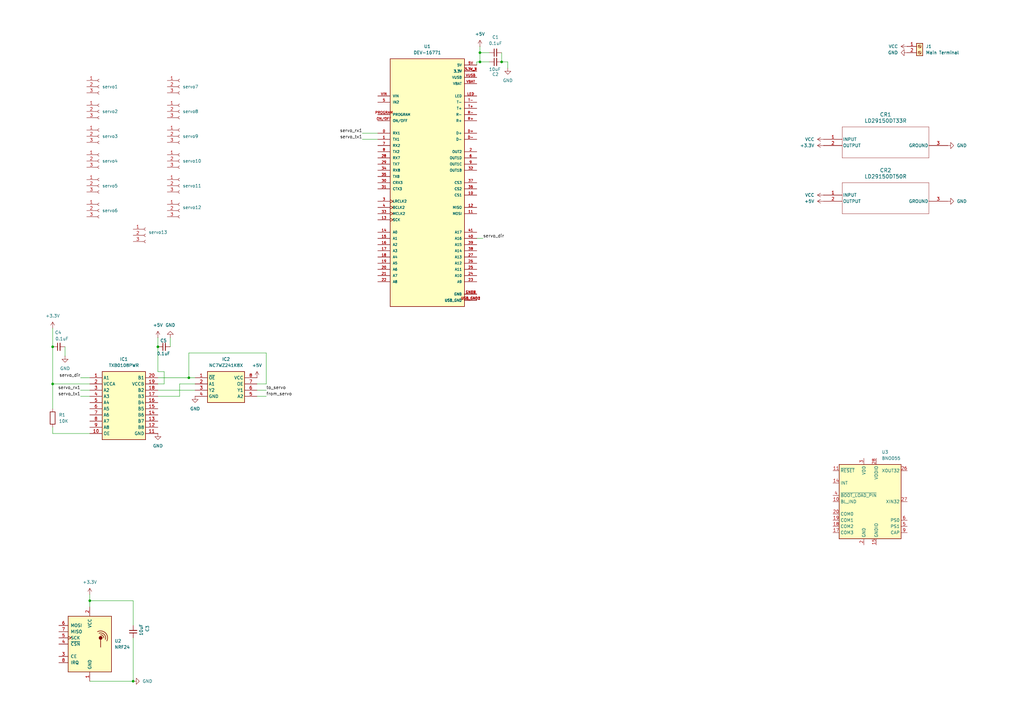
<source format=kicad_sch>
(kicad_sch (version 20231120) (generator "eeschema") (generator_version "8.0")
  (paper "A3")
  (title_block (title "Teensy 4.1 Hexapod PCB ") (date "2024-12-24") (rev "V0.01") (company "Jirakorn Sukmee") (comment 1 "hello"))
  (lib_symbols
    (symbol "33R:LD29150DT33R" (pin_names (offset 0.254))
      (property "Reference" "CR" (at 25.4 10.16 0))
      (property "Value" "LD29150DT33R" (at 25.4 7.62 0))
      (symbol "LD29150DT33R_0_1"
        (polyline (pts (xy 7.62 -7.62) (xy 43.18 -7.62)) (stroke (width 0.127)))
        (polyline (pts (xy 7.62 5.08) (xy 7.62 -7.62)) (stroke (width 0.127)))
        (polyline (pts (xy 43.18 -7.62) (xy 43.18 5.08)) (stroke (width 0.127)))
        (polyline (pts (xy 43.18 5.08) (xy 7.62 5.08)) (stroke (width 0.127)))
        (pin input line (at 0 0 0) (length 7.62) (name "INPUT") (number "1"))
        (pin output line (at 0 -2.54 0) (length 7.62) (name "OUTPUT") (number "2"))
        (pin power_out line (at 50.8 -2.54 180) (length 7.62) (name "GROUND") (number "3"))
      )
    )
    (symbol "50R:LD29150DT50R" (pin_names (offset 0.254))
      (property "Reference" "CR" (at 25.4 10.16 0))
      (property "Value" "LD29150DT50R" (at 25.4 7.62 0))
      (symbol "LD29150DT50R_0_1"
        (polyline (pts (xy 7.62 -7.62) (xy 43.18 -7.62)) (stroke (width 0.127)))
        (polyline (pts (xy 7.62 5.08) (xy 7.62 -7.62)) (stroke (width 0.127)))
        (polyline (pts (xy 43.18 -7.62) (xy 43.18 5.08)) (stroke (width 0.127)))
        (polyline (pts (xy 43.18 5.08) (xy 7.62 5.08)) (stroke (width 0.127)))
        (pin input line (at 0 0 0) (length 7.62) (name "INPUT") (number "1"))
        (pin output line (at 0 -2.54 0) (length 7.62) (name "OUTPUT") (number "2"))
        (pin power_out line (at 50.8 -2.54 180) (length 7.62) (name "GROUND") (number "3"))
      )
    )
    (symbol "Connector:Conn_01x03_Socket" (pin_names (offset 1.016) hide)
      (property "Reference" "J" (at 0 5.08 0))
      (property "Value" "Conn_01x03_Socket" (at 0 -5.08 0))
      (symbol "Conn_01x03_Socket_1_1"
        (arc (start 0 -2.032) (mid -0.5058 -2.54) (end 0 -3.048) (stroke (width 0.1524)))
        (polyline (pts (xy -1.27 -2.54) (xy -0.508 -2.54)) (stroke (width 0.1524)))
        (polyline (pts (xy -1.27 0) (xy -0.508 0)) (stroke (width 0.1524)))
        (polyline (pts (xy -1.27 2.54) (xy -0.508 2.54)) (stroke (width 0.1524)))
        (arc (start 0 0.508) (mid -0.5058 0) (end 0 -0.508) (stroke (width 0.1524)))
        (arc (start 0 3.048) (mid -0.5058 2.54) (end 0 2.032) (stroke (width 0.1524)))
        (pin passive line (at -5.08 2.54 0) (length 3.81) (name "Pin_1") (number "1"))
        (pin passive line (at -5.08 0 0) (length 3.81) (name "Pin_2") (number "2"))
        (pin passive line (at -5.08 -2.54 0) (length 3.81) (name "Pin_3") (number "3"))
      )
    )
    (symbol "Connector:Screw_Terminal_01x02" (pin_names (offset 1.016) hide)
      (property "Reference" "J" (at 0 2.54 0))
      (property "Value" "Screw_Terminal_01x02" (at 0 -5.08 0))
      (symbol "Screw_Terminal_01x02_1_1"
        (rectangle (start -1.27 1.27) (end 1.27 -3.81) (stroke (width 0.254)) (fill (type background)))
        (circle (center 0 -2.54) (radius 0.635) (stroke (width 0.1524)))
        (polyline (pts (xy -0.5334 -2.2098) (xy 0.3302 -3.048)) (stroke (width 0.1524)))
        (polyline (pts (xy -0.5334 0.3302) (xy 0.3302 -0.508)) (stroke (width 0.1524)))
        (polyline (pts (xy -0.3556 -2.032) (xy 0.508 -2.8702)) (stroke (width 0.1524)))
        (polyline (pts (xy -0.3556 0.508) (xy 0.508 -0.3302)) (stroke (width 0.1524)))
        (circle (center 0 0) (radius 0.635) (stroke (width 0.1524)))
        (pin passive line (at -5.08 0 0) (length 3.81) (name "Pin_1") (number "1"))
        (pin passive line (at -5.08 -2.54 0) (length 3.81) (name "Pin_2") (number "2"))
      )
    )
    (symbol "DEV-16771:DEV-16771" (pin_names (offset 1.016))
      (property "Reference" "U" (at -15.24 52.07 0))
      (property "Value" "DEV-16771" (at -15.24 -53.34 0))
      (symbol "DEV-16771_0_0"
        (rectangle (start -15.24 -50.8) (end 15.24 50.8) (stroke (width 0.254)) (fill (type background)))
        (pin bidirectional line (at -20.32 20.32 0) (length 5.08) (name "RX1") (number "0"))
        (pin bidirectional line (at -20.32 17.78 0) (length 5.08) (name "TX1") (number "1"))
        (pin bidirectional line (at 20.32 -5.08 180) (length 5.08) (name "CS1") (number "10"))
        (pin bidirectional line (at 20.32 -12.7 180) (length 5.08) (name "MOSI") (number "11"))
        (pin bidirectional line (at 20.32 -10.16 180) (length 5.08) (name "MISO") (number "12"))
        (pin bidirectional clock (at -20.32 -15.24 0) (length 5.08) (name "SCK") (number "13"))
        (pin bidirectional line (at -20.32 -20.32 0) (length 5.08) (name "A0") (number "14"))
        (pin bidirectional line (at -20.32 -22.86 0) (length 5.08) (name "A1") (number "15"))
        (pin bidirectional line (at -20.32 -25.4 0) (length 5.08) (name "A2") (number "16"))
        (pin bidirectional line (at -20.32 -27.94 0) (length 5.08) (name "A3") (number "17"))
        (pin bidirectional line (at -20.32 -30.48 0) (length 5.08) (name "A4") (number "18"))
        (pin bidirectional line (at -20.32 -33.02 0) (length 5.08) (name "A5") (number "19"))
        (pin output line (at 20.32 12.7 180) (length 5.08) (name "OUT2") (number "2"))
        (pin bidirectional line (at -20.32 -35.56 0) (length 5.08) (name "A6") (number "20"))
        (pin bidirectional line (at -20.32 -38.1 0) (length 5.08) (name "A7") (number "21"))
        (pin bidirectional line (at -20.32 -40.64 0) (length 5.08) (name "A8") (number "22"))
        (pin bidirectional line (at 20.32 -40.64 180) (length 5.08) (name "A9") (number "23"))
        (pin bidirectional line (at 20.32 -38.1 180) (length 5.08) (name "A10") (number "24"))
        (pin bidirectional line (at 20.32 -35.56 180) (length 5.08) (name "A11") (number "25"))
        (pin bidirectional line (at 20.32 -33.02 180) (length 5.08) (name "A12") (number "26"))
        (pin bidirectional line (at 20.32 -30.48 180) (length 5.08) (name "A13") (number "27"))
        (pin bidirectional line (at -20.32 10.16 0) (length 5.08) (name "RX7") (number "28"))
        (pin bidirectional line (at -20.32 7.62 0) (length 5.08) (name "TX7") (number "29"))
        (pin bidirectional clock (at -20.32 -7.62 0) (length 5.08) (name "LRCLK2") (number "3"))
        (pin power_in line (at 20.32 45.72 180) (length 5.08) (name "3.3V") (number "3.3V_1"))
        (pin power_in line (at 20.32 45.72 180) (length 5.08) (name "3.3V") (number "3.3V_2"))
        (pin power_in line (at 20.32 45.72 180) (length 5.08) (name "3.3V") (number "3.3V_3"))
        (pin bidirectional line (at -20.32 0 0) (length 5.08) (name "CRX3") (number "30"))
        (pin bidirectional line (at -20.32 -2.54 0) (length 5.08) (name "CTX3") (number "31"))
        (pin output line (at 20.32 5.08 180) (length 5.08) (name "OUT1B") (number "32"))
        (pin bidirectional clock (at -20.32 -12.7 0) (length 5.08) (name "MCLK2") (number "33"))
        (pin bidirectional line (at -20.32 5.08 0) (length 5.08) (name "RX8") (number "34"))
        (pin bidirectional line (at -20.32 2.54 0) (length 5.08) (name "TX8") (number "35"))
        (pin bidirectional line (at 20.32 -2.54 180) (length 5.08) (name "CS2") (number "36"))
        (pin bidirectional line (at 20.32 0 180) (length 5.08) (name "CS3") (number "37"))
        (pin bidirectional line (at 20.32 -27.94 180) (length 5.08) (name "A14") (number "38"))
        (pin bidirectional line (at 20.32 -25.4 180) (length 5.08) (name "A15") (number "39"))
        (pin bidirectional clock (at -20.32 -10.16 0) (length 5.08) (name "BCLK2") (number "4"))
        (pin bidirectional line (at 20.32 -22.86 180) (length 5.08) (name "A16") (number "40"))
        (pin bidirectional line (at 20.32 -20.32 180) (length 5.08) (name "A17") (number "41"))
        (pin bidirectional line (at -20.32 33.02 0) (length 5.08) (name "IN2") (number "5"))
        (pin power_in line (at 20.32 48.26 180) (length 5.08) (name "5V") (number "5V"))
        (pin output line (at 20.32 10.16 180) (length 5.08) (name "OUT1D") (number "6"))
        (pin bidirectional line (at -20.32 15.24 0) (length 5.08) (name "RX2") (number "7"))
        (pin bidirectional line (at -20.32 12.7 0) (length 5.08) (name "TX2") (number "8"))
        (pin output line (at 20.32 7.62 180) (length 5.08) (name "OUT1C") (number "9"))
        (pin bidirectional line (at 20.32 20.32 180) (length 5.08) (name "D+") (number "D+"))
        (pin bidirectional line (at 20.32 17.78 180) (length 5.08) (name "D-") (number "D-"))
        (pin power_in line (at 20.32 -45.72 180) (length 5.08) (name "GND") (number "GND1"))
        (pin power_in line (at 20.32 -45.72 180) (length 5.08) (name "GND") (number "GND2"))
        (pin power_in line (at 20.32 -45.72 180) (length 5.08) (name "GND") (number "GND3"))
        (pin power_in line (at 20.32 -45.72 180) (length 5.08) (name "GND") (number "GND4"))
        (pin power_in line (at 20.32 -45.72 180) (length 5.08) (name "GND") (number "GND5"))
        (pin bidirectional line (at 20.32 35.56 180) (length 5.08) (name "LED") (number "LED"))
        (pin bidirectional line (at -20.32 25.4 0) (length 5.08) (name "ON/OFF") (number "ON/OFF"))
        (pin bidirectional line (at -20.32 27.94 0) (length 5.08) (name "PROGRAM") (number "PROGRAM"))
        (pin bidirectional line (at 20.32 25.4 180) (length 5.08) (name "R+") (number "R+"))
        (pin bidirectional line (at 20.32 27.94 180) (length 5.08) (name "R-") (number "R-"))
        (pin bidirectional line (at 20.32 30.48 180) (length 5.08) (name "T+") (number "T+"))
        (pin bidirectional line (at 20.32 33.02 180) (length 5.08) (name "T-") (number "T-"))
        (pin power_in line (at 20.32 -48.26 180) (length 5.08) (name "USB_GND") (number "USB_GND1"))
        (pin power_in line (at 20.32 -48.26 180) (length 5.08) (name "USB_GND") (number "USB_GND2"))
        (pin passive line (at 20.32 40.64 180) (length 5.08) (name "VBAT") (number "VBAT"))
        (pin input line (at -20.32 35.56 0) (length 5.08) (name "VIN") (number "VIN"))
        (pin passive line (at 20.32 43.18 180) (length 5.08) (name "VUSB") (number "VUSB"))
      )
    )
    (symbol "Device:C_Small" (pin_numbers hide) (pin_names (offset 0.254) hide)
      (property "Reference" "C" (at 0.254 1.778 0))
      (property "Value" "C_Small" (at 0.254 -2.032 0))
      (symbol "C_Small_0_1"
        (polyline (pts (xy -1.524 -0.508) (xy 1.524 -0.508)) (stroke (width 0.3302)))
        (polyline (pts (xy -1.524 0.508) (xy 1.524 0.508)) (stroke (width 0.3048)))
      )
      (symbol "C_Small_1_1"
        (pin passive line (at 0 2.54 270) (length 2.032) (name "~") (number "1"))
        (pin passive line (at 0 -2.54 90) (length 2.032) (name "~") (number "2"))
      )
    )
    (symbol "Device:R" (pin_numbers hide) (pin_names (offset 0))
      (property "Reference" "R" (at 2.032 0 90))
      (property "Value" "R" (at 0 0 90))
      (symbol "R_0_1"
        (rectangle (start -1.016 -2.54) (end 1.016 2.54) (stroke (width 0.254)))
      )
      (symbol "R_1_1"
        (pin passive line (at 0 3.81 270) (length 1.27) (name "~") (number "1"))
        (pin passive line (at 0 -3.81 90) (length 1.27) (name "~") (number "2"))
      )
    )
    (symbol "NC7WZ241K8X:NC7WZ241K8X"
      (property "Reference" "IC" (at 21.59 7.62 0))
      (property "Value" "NC7WZ241K8X" (at 21.59 5.08 0))
      (symbol "NC7WZ241K8X_1_1"
        (rectangle (start 5.08 2.54) (end 20.32 -10.16) (stroke (width 0.254)) (fill (type background)))
        (pin passive line (at 0 0 0) (length 5.08) (name "~{OE}") (number "1"))
        (pin passive line (at 0 -2.54 0) (length 5.08) (name "A1") (number "2"))
        (pin passive line (at 0 -5.08 0) (length 5.08) (name "Y2") (number "3"))
        (pin passive line (at 0 -7.62 0) (length 5.08) (name "GND") (number "4"))
        (pin passive line (at 25.4 -7.62 180) (length 5.08) (name "A2") (number "5"))
        (pin passive line (at 25.4 -5.08 180) (length 5.08) (name "Y1") (number "6"))
        (pin passive line (at 25.4 -2.54 180) (length 5.08) (name "OE") (number "7"))
        (pin passive line (at 25.4 0 180) (length 5.08) (name "VCC") (number "8"))
      )
    )
    (symbol "RF:NRF24L01_Breakout" (pin_names (offset 1.016))
      (property "Reference" "U" (at -8.89 12.7 0))
      (property "Value" "NRF24L01_Breakout" (at 3.81 12.7 0))
      (symbol "NRF24L01_Breakout_0_1"
        (rectangle (start -8.89 11.43) (end 8.89 -11.43) (stroke (width 0.254)) (fill (type background)))
        (polyline (pts (xy 4.445 1.905) (xy 4.445 -1.27)) (stroke (width 0.254)))
        (circle (center 4.445 2.54) (radius 0.635) (stroke (width 0.254)) (fill (type outline)))
        (arc (start 5.715 2.54) (mid 5.3521 3.4546) (end 4.445 3.81) (stroke (width 0.254)))
        (arc (start 6.35 1.905) (mid 5.8763 3.9854) (end 3.81 4.445) (stroke (width 0.254)))
        (arc (start 6.985 1.27) (mid 6.453 4.548) (end 3.175 5.08) (stroke (width 0.254)))
      )
      (symbol "NRF24L01_Breakout_1_1"
        (pin power_in line (at 0 -15.24 90) (length 3.81) (name "GND") (number "1"))
        (pin power_in line (at 0 15.24 270) (length 3.81) (name "VCC") (number "2"))
        (pin input line (at -12.7 -5.08 0) (length 3.81) (name "CE") (number "3"))
        (pin input line (at -12.7 0 0) (length 3.81) (name "~{CSN}") (number "4"))
        (pin input clock (at -12.7 2.54 0) (length 3.81) (name "SCK") (number "5"))
        (pin input line (at -12.7 7.62 0) (length 3.81) (name "MOSI") (number "6"))
        (pin output line (at -12.7 5.08 0) (length 3.81) (name "MISO") (number "7"))
        (pin output line (at -12.7 -7.62 0) (length 3.81) (name "IRQ") (number "8"))
      )
    )
    (symbol "Sensor_Motion:BNO055"
      (property "Reference" "U" (at -11.43 16.51 0))
      (property "Value" "BNO055" (at 12.7 16.51 0))
      (symbol "BNO055_0_1"
        (rectangle (start -12.7 15.24) (end 12.7 -15.24) (stroke (width 0.254)) (fill (type background)))
      )
      (symbol "BNO055_1_1"
        (pin no_connect line (at -12.7 10.16 0) (length 2.54) hide (name "PIN1") (number "1"))
        (pin output line (at -15.24 0 0) (length 2.54) (name "BL_IND") (number "10"))
        (pin input line (at -15.24 12.7 0) (length 2.54) (name "~{RESET}") (number "11"))
        (pin no_connect line (at 12.7 10.16 180) (length 2.54) hide (name "PIN12") (number "12"))
        (pin no_connect line (at 12.7 7.62 180) (length 2.54) hide (name "PIN13") (number "13"))
        (pin output line (at -15.24 7.62 0) (length 2.54) (name "INT") (number "14"))
        (pin power_in line (at 2.54 -17.78 90) (length 2.54) (name "GNDIO") (number "15"))
        (pin passive line (at 2.54 -17.78 90) (length 2.54) hide (name "GNDIO") (number "16"))
        (pin input line (at -15.24 -12.7 0) (length 2.54) (name "COM3") (number "17"))
        (pin passive line (at -15.24 -10.16 0) (length 2.54) (name "COM2") (number "18"))
        (pin bidirectional line (at -15.24 -7.62 0) (length 2.54) (name "COM1") (number "19"))
        (pin power_in line (at -2.54 -17.78 90) (length 2.54) (name "GND") (number "2"))
        (pin bidirectional line (at -15.24 -5.08 0) (length 2.54) (name "COM0") (number "20"))
        (pin no_connect line (at 12.7 5.08 180) (length 2.54) hide (name "PIN21") (number "21"))
        (pin no_connect line (at 12.7 2.54 180) (length 2.54) hide (name "PIN22") (number "22"))
        (pin no_connect line (at 12.7 -2.54 180) (length 2.54) hide (name "PIN23") (number "23"))
        (pin no_connect line (at 12.7 -5.08 180) (length 2.54) hide (name "PIN24") (number "24"))
        (pin passive line (at 2.54 -17.78 90) (length 2.54) hide (name "GNDIO") (number "25"))
        (pin output line (at 15.24 12.7 180) (length 2.54) (name "XOUT32") (number "26"))
        (pin input line (at 15.24 0 180) (length 2.54) (name "XIN32") (number "27"))
        (pin power_in line (at 2.54 17.78 270) (length 2.54) (name "VDDIO") (number "28"))
        (pin power_in line (at -2.54 17.78 270) (length 2.54) (name "VDD") (number "3"))
        (pin input line (at -15.24 2.54 0) (length 2.54) (name "~{BOOT_LOAD_PIN}") (number "4"))
        (pin input line (at 15.24 -10.16 180) (length 2.54) (name "PS1") (number "5"))
        (pin input line (at 15.24 -7.62 180) (length 2.54) (name "PS0") (number "6"))
        (pin no_connect line (at -12.7 5.08 0) (length 2.54) hide (name "PIN7") (number "7"))
        (pin no_connect line (at -12.7 -2.54 0) (length 2.54) hide (name "PIN8") (number "8"))
        (pin passive line (at 15.24 -12.7 180) (length 2.54) (name "CAP") (number "9"))
      )
    )
    (symbol "TXB0108PWR:TXB0108PWR"
      (property "Reference" "IC" (at 24.13 7.62 0))
      (property "Value" "TXB0108PWR" (at 24.13 5.08 0))
      (symbol "TXB0108PWR_1_1"
        (rectangle (start 5.08 2.54) (end 22.86 -25.4) (stroke (width 0.254)) (fill (type background)))
        (pin passive line (at 0 0 0) (length 5.08) (name "A1") (number "1"))
        (pin passive line (at 0 -22.86 0) (length 5.08) (name "OE") (number "10"))
        (pin passive line (at 27.94 -22.86 180) (length 5.08) (name "GND") (number "11"))
        (pin passive line (at 27.94 -20.32 180) (length 5.08) (name "B8") (number "12"))
        (pin passive line (at 27.94 -17.78 180) (length 5.08) (name "B7") (number "13"))
        (pin passive line (at 27.94 -15.24 180) (length 5.08) (name "B6") (number "14"))
        (pin passive line (at 27.94 -12.7 180) (length 5.08) (name "B5") (number "15"))
        (pin passive line (at 27.94 -10.16 180) (length 5.08) (name "B4") (number "16"))
        (pin passive line (at 27.94 -7.62 180) (length 5.08) (name "B3") (number "17"))
        (pin passive line (at 27.94 -5.08 180) (length 5.08) (name "B2") (number "18"))
        (pin passive line (at 27.94 -2.54 180) (length 5.08) (name "VCCB") (number "19"))
        (pin passive line (at 0 -2.54 0) (length 5.08) (name "VCCA") (number "2"))
        (pin passive line (at 27.94 0 180) (length 5.08) (name "B1") (number "20"))
        (pin passive line (at 0 -5.08 0) (length 5.08) (name "A2") (number "3"))
        (pin passive line (at 0 -7.62 0) (length 5.08) (name "A3") (number "4"))
        (pin passive line (at 0 -10.16 0) (length 5.08) (name "A4") (number "5"))
        (pin passive line (at 0 -12.7 0) (length 5.08) (name "A5") (number "6"))
        (pin passive line (at 0 -15.24 0) (length 5.08) (name "A6") (number "7"))
        (pin passive line (at 0 -17.78 0) (length 5.08) (name "A7") (number "8"))
        (pin passive line (at 0 -20.32 0) (length 5.08) (name "A8") (number "9"))
      )
    )
    (symbol "power:+3.3V" (power) (pin_numbers hide) (pin_names (offset 0) hide)
      (property "Value" "+3.3V" (at 0 3.556 0))
      (symbol "+3.3V_0_1"
        (polyline (pts (xy -0.762 1.27) (xy 0 2.54)))
        (polyline (pts (xy 0 0) (xy 0 2.54)))
        (polyline (pts (xy 0 2.54) (xy 0.762 1.27)))
      )
      (symbol "+3.3V_1_1"
        (pin power_in line (at 0 0 90) (length 0) (name "~") (number "1"))
      )
    )
    (symbol "power:+5V" (power) (pin_numbers hide) (pin_names (offset 0) hide)
      (property "Value" "+5V" (at 0 3.556 0))
      (symbol "+5V_0_1"
        (polyline (pts (xy -0.762 1.27) (xy 0 2.54)))
        (polyline (pts (xy 0 0) (xy 0 2.54)))
        (polyline (pts (xy 0 2.54) (xy 0.762 1.27)))
      )
      (symbol "+5V_1_1"
        (pin power_in line (at 0 0 90) (length 0) (name "~") (number "1"))
      )
    )
    (symbol "power:GND" (power) (pin_numbers hide) (pin_names (offset 0) hide)
      (property "Value" "GND" (at 0 -3.81 0))
      (symbol "GND_0_1"
        (polyline (pts (xy 0 0) (xy 0 -1.27) (xy 1.27 -1.27) (xy 0 -2.54) (xy -1.27 -1.27) (xy 0 -1.27)))
      )
      (symbol "GND_1_1"
        (pin power_in line (at 0 0 270) (length 0) (name "~") (number "1"))
      )
    )
    (symbol "power:VCC" (power) (pin_numbers hide) (pin_names (offset 0) hide)
      (property "Value" "VCC" (at 0 3.556 0))
      (symbol "VCC_0_1"
        (polyline (pts (xy -0.762 1.27) (xy 0 2.54)))
        (polyline (pts (xy 0 0) (xy 0 2.54)))
        (polyline (pts (xy 0 2.54) (xy 0.762 1.27)))
      )
      (symbol "VCC_1_1"
        (pin power_in line (at 0 0 90) (length 0) (name "~") (number "1"))
      )
    )
  )
  (junction (at 64.77 142.24))
  (junction (at 36.83 246.38))
  (junction (at 196.85 25.4))
  (junction (at 54.61 279.4))
  (junction (at 196.85 21.59))
  (junction (at 205.74 25.4))
  (junction (at 21.59 142.24))
  (junction (at 77.47 154.94))
  (junction (at 21.59 157.48))
  (wire (pts (xy 33.02 154.94) (xy 36.83 154.94)))
  (wire (pts (xy 36.83 243.84) (xy 36.83 246.38)))
  (wire (pts (xy 54.61 261.62) (xy 54.61 279.4)))
  (wire (pts (xy 73.66 157.48) (xy 80.01 157.48)))
  (wire (pts (xy 64.77 154.94) (xy 77.47 154.94)))
  (wire (pts (xy 148.59 57.15) (xy 154.94 57.15)))
  (wire (pts (xy 21.59 167.64) (xy 21.59 157.48)))
  (wire (pts (xy 33.02 160.02) (xy 36.83 160.02)))
  (wire (pts (xy 196.85 21.59) (xy 196.85 25.4)))
  (wire (pts (xy 67.31 152.4) (xy 67.31 157.48)))
  (wire (pts (xy 21.59 177.8) (xy 36.83 177.8)))
  (wire (pts (xy 200.66 25.4) (xy 196.85 25.4)))
  (wire (pts (xy 21.59 134.62) (xy 21.59 142.24)))
  (wire (pts (xy 64.77 160.02) (xy 80.01 160.02)))
  (wire (pts (xy 21.59 175.26) (xy 21.59 177.8)))
  (wire (pts (xy 109.22 144.78) (xy 109.22 157.48)))
  (wire (pts (xy 208.28 27.94) (xy 208.28 25.4)))
  (wire (pts (xy 21.59 157.48) (xy 36.83 157.48)))
  (wire (pts (xy 64.77 142.24) (xy 64.77 152.4)))
  (wire (pts (xy 109.22 162.56) (xy 105.41 162.56)))
  (wire (pts (xy 196.85 19.05) (xy 196.85 21.59)))
  (wire (pts (xy 109.22 160.02) (xy 105.41 160.02)))
  (wire (pts (xy 69.85 138.43) (xy 69.85 142.24)))
  (wire (pts (xy 77.47 154.94) (xy 80.01 154.94)))
  (wire (pts (xy 77.47 144.78) (xy 109.22 144.78)))
  (wire (pts (xy 73.66 162.56) (xy 73.66 157.48)))
  (wire (pts (xy 36.83 246.38) (xy 36.83 248.92)))
  (wire (pts (xy 195.58 25.4) (xy 196.85 25.4)))
  (wire (pts (xy 195.58 25.4) (xy 195.58 26.67)))
  (wire (pts (xy 208.28 25.4) (xy 205.74 25.4)))
  (wire (pts (xy 64.77 162.56) (xy 73.66 162.56)))
  (wire (pts (xy 109.22 157.48) (xy 105.41 157.48)))
  (wire (pts (xy 198.12 97.79) (xy 195.58 97.79)))
  (wire (pts (xy 26.67 142.24) (xy 26.67 146.05)))
  (wire (pts (xy 33.02 162.56) (xy 36.83 162.56)))
  (wire (pts (xy 21.59 142.24) (xy 21.59 157.48)))
  (wire (pts (xy 64.77 138.43) (xy 64.77 142.24)))
  (wire (pts (xy 54.61 279.4) (xy 36.83 279.4)))
  (wire (pts (xy 148.59 54.61) (xy 154.94 54.61)))
  (wire (pts (xy 196.85 21.59) (xy 200.66 21.59)))
  (wire (pts (xy 64.77 152.4) (xy 67.31 152.4)))
  (wire (pts (xy 67.31 157.48) (xy 64.77 157.48)))
  (wire (pts (xy 54.61 246.38) (xy 54.61 256.54)))
  (wire (pts (xy 36.83 246.38) (xy 54.61 246.38)))
  (wire (pts (xy 205.74 21.59) (xy 205.74 25.4)))
  (wire (pts (xy 77.47 154.94) (xy 77.47 144.78)))
  (label "servo_dir" (at 33.02 154.94 180))
  (label "to_servo" (at 109.22 160.02 0))
  (label "servo_rx1" (at 148.59 54.61 180))
  (label "servo_rx1" (at 33.02 160.02 180))
  (label "servo_tx1" (at 148.59 57.15 180))
  (label "servo_dir" (at 198.12 97.79 0))
  (label "servo_tx1" (at 33.02 162.56 180))
  (label "from_servo" (at 109.22 162.56 0))
  (symbol (lib_id "power:VCC") (at 372.11 19.05 90) (unit 1)
    (property "Reference" "#PWR01" (effects (hide yes)))
    (property "Value" "VCC" (at 368.3 19.0499 90) (effects (justify left)))
    (property "Description" "Power symbol creates a global label with name \"VCC\"" (effects (hide yes)))
  )
  (symbol (lib_id "power:+5V") (at 105.41 154.94 0) (unit 1)
    (property "Reference" "#PWR016" (effects (hide yes)))
    (property "Value" "+5V" (at 105.41 149.86 0))
    (property "Description" "Power symbol creates a global label with name \"+5V\"" (effects (hide yes)))
  )
  (symbol (lib_id "DEV-16771:DEV-16771") (at 175.26 74.93 0) (unit 1)
    (property "Reference" "U1" (at 175.26 19.05 0))
    (property "Value" "DEV-16771" (at 175.26 21.59 0))
    (property "Footprint" "DEV-16771:MODULE_DEV-16771" (effects (hide yes)))
    (property "MF" "SparkFun Electronics" (effects (hide yes)))
    (property "MAXIMUM_PACKAGE_HEIGHT" "4.07mm" (effects (hide yes)))
    (property "Package" "None" (effects (hide yes)))
    (property "Price" "None" (effects (hide yes)))
    (property "Check_prices" "https://www.snapeda.com/parts/DEV-16771/SparkFun/view-part/?ref=eda" (effects (hide yes)))
    (property "STANDARD" "Manufacturer recommendations" (effects (hide yes)))
    (property "PARTREV" "4.1" (effects (hide yes)))
    (property "SnapEDA_Link" "https://www.snapeda.com/parts/DEV-16771/SparkFun/view-part/?ref=snap" (effects (hide yes)))
    (property "MP" "DEV-16771" (effects (hide yes)))
    (property "Description_1" "\n                        \n                            RT1062 Teensy 4.1 series ARM® Cortex®-M7 MPU Embedded Evaluation Board\n                        \n" (effects (hide yes)))
    (property "Availability" "In Stock" (effects (hide yes)))
    (property "MANUFACTURER" "SparkFun Electronics" (effects (hide yes)))
  )
  (symbol (lib_id "power:+3.3V") (at 337.82 59.69 90) (unit 1)
    (property "Reference" "#PWR07" (effects (hide yes)))
    (property "Value" "+3.3V" (at 334.01 59.6899 90) (effects (justify left)))
    (property "Description" "Power symbol creates a global label with name \"+3.3V\"" (effects (hide yes)))
  )
  (symbol (lib_id "power:+3.3V") (at 21.59 134.62 0) (unit 1)
    (property "Reference" "#PWR014" (effects (hide yes)))
    (property "Value" "+3.3V" (at 21.59 129.54 0))
    (property "Description" "Power symbol creates a global label with name \"+3.3V\"" (effects (hide yes)))
  )
  (symbol (lib_id "Connector:Screw_Terminal_01x02") (at 377.19 19.05 0) (unit 1)
    (property "Reference" "J1" (at 379.73 19.0499 0) (effects (justify left)))
    (property "Value" "Main Terminal" (at 379.73 21.5899 0) (effects (justify left)))
    (property "Description" "Generic screw terminal, single row, 01x02, script generated (kicad-library-utils/schlib/autogen/connector/)" (effects (hide yes)))
  )
  (symbol (lib_id "power:VCC") (at 337.82 80.01 90) (unit 1)
    (property "Reference" "#PWR05" (effects (hide yes)))
    (property "Value" "VCC" (at 334.01 80.0099 90) (effects (justify left)))
    (property "Description" "Power symbol creates a global label with name \"VCC\"" (effects (hide yes)))
  )
  (symbol (lib_id "power:GND") (at 388.62 82.55 90) (unit 1)
    (property "Reference" "#PWR06" (effects (hide yes)))
    (property "Value" "GND" (at 392.43 82.5499 90) (effects (justify right)))
    (property "Description" "Power symbol creates a global label with name \"GND\" , ground" (effects (hide yes)))
  )
  (symbol (lib_id "Connector:Conn_01x03_Socket") (at 73.66 35.56 0) (unit 1)
    (property "Reference" "servo7" (at 74.93 35.5599 0) (effects (justify left)))
    (property "Value" "Conn_01x03_Socket" (effects (hide yes)))
    (property "Description" "Generic connector, single row, 01x03, script generated" (effects (hide yes)))
  )
  (symbol (lib_id "RF:NRF24L01_Breakout") (at 36.83 264.16 0) (unit 1)
    (property "Reference" "U2" (at 46.99 262.8899 0) (effects (justify left)))
    (property "Value" "NRF24" (at 46.99 265.4299 0) (effects (justify left)))
    (property "Footprint" "RF_Module:nRF24L01_Breakout" (effects (hide yes)))
    (property "Datasheet" "http://www.nordicsemi.com/eng/content/download/2730/34105/file/nRF24L01_Product_Specification_v2_0.pdf" (effects (hide yes)))
    (property "Description" "Ultra low power 2.4GHz RF Transceiver, Carrier PCB" (effects (hide yes)))
  )
  (symbol (lib_id "Device:C_Small") (at 203.2 25.4 90) (unit 1)
    (property "Reference" "C2" (at 203.2 30.48 90))
    (property "Value" "10uF" (at 202.946 28.448 90))
    (property "Description" "Unpolarized capacitor, small symbol" (effects (hide yes)))
  )
  (symbol (lib_id "power:+5V") (at 64.77 138.43 0) (unit 1)
    (property "Reference" "#PWR017" (effects (hide yes)))
    (property "Value" "+5V" (at 64.77 133.35 0))
    (property "Description" "Power symbol creates a global label with name \"+5V\"" (effects (hide yes)))
  )
  (symbol (lib_id "power:GND") (at 64.77 177.8 0) (unit 1)
    (property "Reference" "#PWR019" (effects (hide yes)))
    (property "Value" "GND" (at 64.77 182.88 0))
    (property "Description" "Power symbol creates a global label with name \"GND\" , ground" (effects (hide yes)))
  )
  (symbol (lib_id "Connector:Conn_01x03_Socket") (at 40.64 35.56 0) (unit 1)
    (property "Reference" "servo1" (at 41.91 35.5599 0) (effects (justify left)))
    (property "Value" "Conn_01x03_Socket" (effects (hide yes)))
    (property "Description" "Generic connector, single row, 01x03, script generated" (effects (hide yes)))
  )
  (symbol (lib_id "Connector:Conn_01x03_Socket") (at 40.64 76.2 0) (unit 1)
    (property "Reference" "servo5" (at 41.91 76.1999 0) (effects (justify left)))
    (property "Value" "Conn_01x03_Socket" (effects (hide yes)))
    (property "Description" "Generic connector, single row, 01x03, script generated" (effects (hide yes)))
  )
  (symbol (lib_id "Sensor_Motion:BNO055") (at 356.87 205.74 0) (unit 1)
    (property "Reference" "U3" (at 361.6041 185.42 0) (effects (justify left)))
    (property "Value" "BNO055" (at 361.6041 187.96 0) (effects (justify left)))
    (property "Footprint" "Package_LGA:LGA-28_5.2x3.8mm_P0.5mm" (effects (hide yes)))
    (property "Datasheet" "https://www.bosch-sensortec.com/media/boschsensortec/downloads/datasheets/bst-bno055-ds000.pdf" (effects (hide yes)))
    (property "Description" "Intelligent 9-axis absolute orientation sensor, LGA-28" (effects (hide yes)))
  )
  (symbol (lib_id "power:GND") (at 54.61 279.4 90) (unit 1)
    (property "Reference" "#PWR012" (effects (hide yes)))
    (property "Value" "GND" (at 58.42 279.3999 90) (effects (justify right)))
    (property "Description" "Power symbol creates a global label with name \"GND\" , ground" (effects (hide yes)))
  )
  (symbol (lib_id "power:GND") (at 208.28 27.94 0) (unit 1)
    (property "Reference" "#PWR010" (effects (hide yes)))
    (property "Value" "GND" (at 208.28 33.02 0))
    (property "Description" "Power symbol creates a global label with name \"GND\" , ground" (effects (hide yes)))
  )
  (symbol (lib_id "Connector:Conn_01x03_Socket") (at 73.66 45.72 0) (unit 1)
    (property "Reference" "servo8" (at 74.93 45.7199 0) (effects (justify left)))
    (property "Value" "Conn_01x03_Socket" (effects (hide yes)))
    (property "Description" "Generic connector, single row, 01x03, script generated" (effects (hide yes)))
  )
  (symbol (lib_id "power:GND") (at 388.62 59.69 90) (unit 1)
    (property "Reference" "#PWR04" (effects (hide yes)))
    (property "Value" "GND" (at 392.43 59.6899 90) (effects (justify right)))
    (property "Description" "Power symbol creates a global label with name \"GND\" , ground" (effects (hide yes)))
  )
  (symbol (lib_id "Connector:Conn_01x03_Socket") (at 73.66 86.36 0) (unit 1)
    (property "Reference" "servo12" (at 74.93 85.0899 0) (effects (justify left)))
    (property "Value" "Conn_01x03_Socket" (effects (hide yes)))
    (property "Description" "Generic connector, single row, 01x03, script generated" (effects (hide yes)))
  )
  (symbol (lib_id "Connector:Conn_01x03_Socket") (at 40.64 66.04 0) (unit 1)
    (property "Reference" "servo4" (at 41.91 66.0399 0) (effects (justify left)))
    (property "Value" "Conn_01x03_Socket" (effects (hide yes)))
    (property "Description" "Generic connector, single row, 01x03, script generated" (effects (hide yes)))
  )
  (symbol (lib_id "power:+5V") (at 196.85 19.05 0) (unit 1)
    (property "Reference" "#PWR09" (effects (hide yes)))
    (property "Value" "+5V" (at 196.85 13.97 0))
    (property "Description" "Power symbol creates a global label with name \"+5V\"" (effects (hide yes)))
  )
  (symbol (lib_id "Connector:Conn_01x03_Socket") (at 59.69 96.52 0) (unit 1)
    (property "Reference" "servo13" (at 60.96 95.2499 0) (effects (justify left)))
    (property "Value" "Conn_01x03_Socket" (effects (hide yes)))
    (property "Description" "Generic connector, single row, 01x03, script generated" (effects (hide yes)))
  )
  (symbol (lib_id "power:VCC") (at 337.82 57.15 90) (unit 1)
    (property "Reference" "#PWR03" (effects (hide yes)))
    (property "Value" "VCC" (at 334.01 57.1499 90) (effects (justify left)))
    (property "Description" "Power symbol creates a global label with name \"VCC\"" (effects (hide yes)))
  )
  (symbol (lib_id "33R:LD29150DT33R") (at 337.82 57.15 0) (unit 1)
    (property "Reference" "CR1" (at 363.22 46.99 0) (effects (font (size 1.524 1.524))))
    (property "Value" "LD29150DT33R" (at 363.22 49.53 0) (effects (font (size 1.524 1.524))))
    (property "Footprint" "DPAK_STM" (effects (hide yes)))
    (property "Datasheet" "LD29150DT33R" (effects (hide yes)))
  )
  (symbol (lib_id "NC7WZ241K8X:NC7WZ241K8X") (at 80.01 154.94 0) (unit 1)
    (property "Reference" "IC2" (at 92.71 147.32 0))
    (property "Value" "NC7WZ241K8X" (at 92.71 149.86 0))
    (property "Footprint" "SOP50P310X90-8N" (effects (hide yes)))
    (property "Datasheet" "https://componentsearchengine.com/Datasheets/2/NC7WZ241K8X.pdf" (effects (hide yes)))
    (property "Description" "Buffers & Line Drivers Dual Buffer with 3-STATE Output" (effects (hide yes)))
    (property "Height" "0.9" (effects (hide yes)))
    (property "Mouser Part Number" "512-NC7WZ241K8X" (effects (hide yes)))
    (property "Mouser Price/Stock" "https://www.mouser.co.uk/ProductDetail/ON-Semiconductor-Fairchild/NC7WZ241K8X?qs=MA%252B40jw2YMo9oG31N%252Bvd7A%3D%3D" (effects (hide yes)))
    (property "Manufacturer_Name" "onsemi" (effects (hide yes)))
    (property "Manufacturer_Part_Number" "NC7WZ241K8X" (effects (hide yes)))
  )
  (symbol (lib_id "Device:R") (at 21.59 171.45 0) (unit 1)
    (property "Reference" "R1" (at 24.13 170.1799 0) (effects (justify left)))
    (property "Value" "10K" (at 24.13 172.7199 0) (effects (justify left)))
    (property "Description" "Resistor" (effects (hide yes)))
  )
  (symbol (lib_id "power:+5V") (at 337.82 82.55 90) (unit 1)
    (property "Reference" "#PWR08" (effects (hide yes)))
    (property "Value" "+5V" (at 334.01 82.5499 90) (effects (justify left)))
    (property "Description" "Power symbol creates a global label with name \"+5V\"" (effects (hide yes)))
  )
  (symbol (lib_id "50R:LD29150DT50R") (at 337.82 80.01 0) (unit 1)
    (property "Reference" "CR2" (at 363.22 69.85 0) (effects (font (size 1.524 1.524))))
    (property "Value" "LD29150DT50R" (at 363.22 72.39 0) (effects (font (size 1.524 1.524))))
    (property "Footprint" "DPAK_STM" (effects (hide yes)))
    (property "Datasheet" "LD29150DT50R" (effects (hide yes)))
  )
  (symbol (lib_id "Device:C_Small") (at 24.13 142.24 90) (unit 1)
    (property "Reference" "C4" (at 23.876 136.398 90))
    (property "Value" "0.1uF" (at 25.4 138.938 90))
    (property "Description" "Unpolarized capacitor, small symbol" (effects (hide yes)))
  )
  (symbol (lib_id "Device:C_Small") (at 203.2 21.59 90) (unit 1)
    (property "Reference" "C1" (at 203.2063 15.24 90))
    (property "Value" "0.1uF" (at 203.2063 17.78 90))
    (property "Description" "Unpolarized capacitor, small symbol" (effects (hide yes)))
  )
  (symbol (lib_id "Connector:Conn_01x03_Socket") (at 40.64 45.72 0) (unit 1)
    (property "Reference" "servo2" (at 41.91 45.7199 0) (effects (justify left)))
    (property "Value" "Conn_01x03_Socket" (effects (hide yes)))
    (property "Description" "Generic connector, single row, 01x03, script generated" (effects (hide yes)))
  )
  (symbol (lib_id "Connector:Conn_01x03_Socket") (at 73.66 55.88 0) (unit 1)
    (property "Reference" "servo9" (at 74.93 55.8799 0) (effects (justify left)))
    (property "Value" "Conn_01x03_Socket" (effects (hide yes)))
    (property "Description" "Generic connector, single row, 01x03, script generated" (effects (hide yes)))
  )
  (symbol (lib_id "power:GND") (at 26.67 146.05 0) (unit 1)
    (property "Reference" "#PWR013" (effects (hide yes)))
    (property "Value" "GND" (at 26.67 151.13 0))
    (property "Description" "Power symbol creates a global label with name \"GND\" , ground" (effects (hide yes)))
  )
  (symbol (lib_id "power:GND") (at 69.85 138.43 180) (unit 1)
    (property "Reference" "#PWR018" (effects (hide yes)))
    (property "Value" "GND" (at 69.85 133.35 0))
    (property "Description" "Power symbol creates a global label with name \"GND\" , ground" (effects (hide yes)))
  )
  (symbol (lib_id "Connector:Conn_01x03_Socket") (at 73.66 76.2 0) (unit 1)
    (property "Reference" "servo11" (at 74.93 76.1999 0) (effects (justify left)))
    (property "Value" "Conn_01x03_Socket" (effects (hide yes)))
    (property "Description" "Generic connector, single row, 01x03, script generated" (effects (hide yes)))
  )
  (symbol (lib_id "TXB0108PWR:TXB0108PWR") (at 36.83 154.94 0) (unit 1)
    (property "Reference" "IC1" (at 50.8 147.32 0))
    (property "Value" "TXB0108PWR" (at 50.8 149.86 0))
    (property "Footprint" "SOP65P640X120-20N" (effects (hide yes)))
    (property "Datasheet" "http://www.ti.com/lit/ds/symlink/txb0108.pdf" (effects (hide yes)))
    (property "Description" "8-Bit Bidirectional Voltage-Level Shifter with Auto Direction Sensing and +/-15-kV ESD Protect" (effects (hide yes)))
    (property "Height" "1.2" (effects (hide yes)))
    (property "Mouser Part Number" "595-TXB0108PWR" (effects (hide yes)))
    (property "Mouser Price/Stock" "https://www.mouser.co.uk/ProductDetail/Texas-Instruments/TXB0108PWR?qs=oFXvjAmG9EgEUWGWzOVFCA%3D%3D" (effects (hide yes)))
    (property "Manufacturer_Name" "Texas Instruments" (effects (hide yes)))
    (property "Manufacturer_Part_Number" "TXB0108PWR" (effects (hide yes)))
  )
  (symbol (lib_id "Device:C_Small") (at 67.31 142.24 90) (unit 1)
    (property "Reference" "C5" (at 67.056 139.7 90))
    (property "Value" "0.1uF" (at 67.056 145.034 90))
    (property "Description" "Unpolarized capacitor, small symbol" (effects (hide yes)))
  )
  (symbol (lib_id "Connector:Conn_01x03_Socket") (at 40.64 86.36 0) (unit 1)
    (property "Reference" "servo6" (at 41.91 86.3599 0) (effects (justify left)))
    (property "Value" "Conn_01x03_Socket" (effects (hide yes)))
    (property "Description" "Generic connector, single row, 01x03, script generated" (effects (hide yes)))
  )
  (symbol (lib_id "Device:C_Small") (at 54.61 259.08 180) (unit 1)
    (property "Reference" "C3" (at 60.452 257.81 90))
    (property "Value" "10uF" (at 57.912 258.318 90))
    (property "Description" "Unpolarized capacitor, small symbol" (effects (hide yes)))
  )
  (symbol (lib_id "power:GND") (at 372.11 21.59 270) (unit 1)
    (property "Reference" "#PWR02" (effects (hide yes)))
    (property "Value" "GND" (at 368.3 21.5899 90) (effects (justify right)))
    (property "Description" "Power symbol creates a global label with name \"GND\" , ground" (effects (hide yes)))
  )
  (symbol (lib_id "power:GND") (at 80.01 162.56 0) (unit 1)
    (property "Reference" "#PWR015" (effects (hide yes)))
    (property "Value" "GND" (at 80.01 167.64 0))
    (property "Description" "Power symbol creates a global label with name \"GND\" , ground" (effects (hide yes)))
  )
  (symbol (lib_id "Connector:Conn_01x03_Socket") (at 40.64 55.88 0) (unit 1)
    (property "Reference" "servo3" (at 41.91 55.8799 0) (effects (justify left)))
    (property "Value" "Conn_01x03_Socket" (effects (hide yes)))
    (property "Description" "Generic connector, single row, 01x03, script generated" (effects (hide yes)))
  )
  (symbol (lib_id "power:+3.3V") (at 36.83 243.84 0) (unit 1)
    (property "Reference" "#PWR011" (effects (hide yes)))
    (property "Value" "+3.3V" (at 36.83 238.76 0))
    (property "Description" "Power symbol creates a global label with name \"+3.3V\"" (effects (hide yes)))
  )
  (symbol (lib_id "Connector:Conn_01x03_Socket") (at 73.66 66.04 0) (unit 1)
    (property "Reference" "servo10" (at 74.93 66.0399 0) (effects (justify left)))
    (property "Value" "Conn_01x03_Socket" (effects (hide yes)))
    (property "Description" "Generic connector, single row, 01x03, script generated" (effects (hide yes)))
  )
)
</source>
